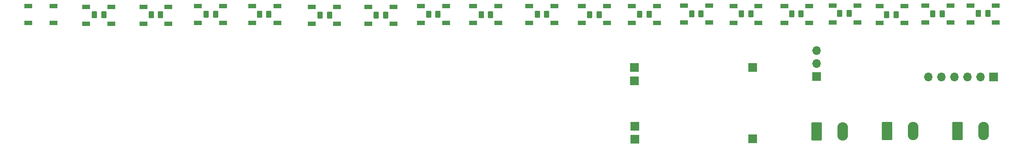
<source format=gbr>
%TF.GenerationSoftware,KiCad,Pcbnew,8.0.6*%
%TF.CreationDate,2024-10-20T14:16:11-03:00*%
%TF.ProjectId,light-box-neopixels,6c696768-742d-4626-9f78-2d6e656f7069,rev?*%
%TF.SameCoordinates,Original*%
%TF.FileFunction,Soldermask,Bot*%
%TF.FilePolarity,Negative*%
%FSLAX46Y46*%
G04 Gerber Fmt 4.6, Leading zero omitted, Abs format (unit mm)*
G04 Created by KiCad (PCBNEW 8.0.6) date 2024-10-20 14:16:11*
%MOMM*%
%LPD*%
G01*
G04 APERTURE LIST*
G04 Aperture macros list*
%AMRoundRect*
0 Rectangle with rounded corners*
0 $1 Rounding radius*
0 $2 $3 $4 $5 $6 $7 $8 $9 X,Y pos of 4 corners*
0 Add a 4 corners polygon primitive as box body*
4,1,4,$2,$3,$4,$5,$6,$7,$8,$9,$2,$3,0*
0 Add four circle primitives for the rounded corners*
1,1,$1+$1,$2,$3*
1,1,$1+$1,$4,$5*
1,1,$1+$1,$6,$7*
1,1,$1+$1,$8,$9*
0 Add four rect primitives between the rounded corners*
20,1,$1+$1,$2,$3,$4,$5,0*
20,1,$1+$1,$4,$5,$6,$7,0*
20,1,$1+$1,$6,$7,$8,$9,0*
20,1,$1+$1,$8,$9,$2,$3,0*%
G04 Aperture macros list end*
%ADD10R,1.700000X1.700000*%
%ADD11RoundRect,0.250000X0.262500X0.450000X-0.262500X0.450000X-0.262500X-0.450000X0.262500X-0.450000X0*%
%ADD12O,1.700000X1.700000*%
%ADD13RoundRect,0.249999X-0.790001X-1.550001X0.790001X-1.550001X0.790001X1.550001X-0.790001X1.550001X0*%
%ADD14O,2.080000X3.600000*%
%ADD15RoundRect,0.090000X-0.660000X-0.360000X0.660000X-0.360000X0.660000X0.360000X-0.660000X0.360000X0*%
G04 APERTURE END LIST*
D10*
%TO.C,J11*%
X212750000Y-110850000D03*
%TD*%
%TO.C,J10*%
X212800000Y-124850000D03*
%TD*%
%TO.C,J9*%
X189750000Y-113475000D03*
%TD*%
%TO.C,J8*%
X189800000Y-122350000D03*
%TD*%
%TO.C,J7*%
X189750000Y-110900000D03*
%TD*%
%TO.C,J6*%
X189800000Y-124900000D03*
%TD*%
D11*
%TO.C,R19*%
X86412500Y-100550000D03*
X84587500Y-100550000D03*
%TD*%
%TO.C,R18*%
X97462500Y-100550000D03*
X95637500Y-100550000D03*
%TD*%
%TO.C,R17*%
X108162500Y-100450000D03*
X106337500Y-100450000D03*
%TD*%
%TO.C,R16*%
X118550000Y-100450000D03*
X116725000Y-100450000D03*
%TD*%
%TO.C,R15*%
X130350000Y-100600000D03*
X128525000Y-100600000D03*
%TD*%
%TO.C,R14*%
X141300000Y-100650000D03*
X139475000Y-100650000D03*
%TD*%
%TO.C,R13*%
X151500000Y-100450000D03*
X149675000Y-100450000D03*
%TD*%
%TO.C,R12*%
X161725000Y-100500000D03*
X159900000Y-100500000D03*
%TD*%
%TO.C,R11*%
X172650000Y-100450000D03*
X170825000Y-100450000D03*
%TD*%
%TO.C,R10*%
X182862500Y-100500000D03*
X181037500Y-100500000D03*
%TD*%
%TO.C,R9*%
X192600000Y-100450000D03*
X190775000Y-100450000D03*
%TD*%
%TO.C,R8*%
X202725000Y-100350000D03*
X200900000Y-100350000D03*
%TD*%
%TO.C,R7*%
X212412500Y-100400000D03*
X210587500Y-100400000D03*
%TD*%
%TO.C,R6*%
X222200000Y-100350000D03*
X220375000Y-100350000D03*
%TD*%
%TO.C,R5*%
X231550000Y-100300000D03*
X229725000Y-100300000D03*
%TD*%
%TO.C,R4*%
X240700000Y-100500000D03*
X238875000Y-100500000D03*
%TD*%
%TO.C,R3*%
X249650000Y-100350000D03*
X247825000Y-100350000D03*
%TD*%
%TO.C,R2*%
X258562500Y-100300000D03*
X256737500Y-100300000D03*
%TD*%
D10*
%TO.C,J5*%
X259640000Y-112700000D03*
D12*
X257100000Y-112700000D03*
X254560000Y-112700000D03*
X252020000Y-112700000D03*
X249480000Y-112700000D03*
X246940000Y-112700000D03*
%TD*%
D10*
%TO.C,J4*%
X225200000Y-112650000D03*
D12*
X225200000Y-110110000D03*
X225200000Y-107570000D03*
%TD*%
D13*
%TO.C,J3*%
X225220000Y-123350000D03*
D14*
X230300000Y-123350000D03*
%TD*%
D13*
%TO.C,J2*%
X238960000Y-123322500D03*
D14*
X244040000Y-123322500D03*
%TD*%
D13*
%TO.C,J1*%
X252660000Y-123272500D03*
D14*
X257740000Y-123272500D03*
%TD*%
D15*
%TO.C,D19*%
X71700000Y-102100000D03*
X71700000Y-98800000D03*
X76600000Y-98800000D03*
X76600000Y-102100000D03*
%TD*%
%TO.C,D18*%
X83000000Y-102300000D03*
X83000000Y-99000000D03*
X87900000Y-99000000D03*
X87900000Y-102300000D03*
%TD*%
%TO.C,D17*%
X94100000Y-102300000D03*
X94100000Y-99000000D03*
X99000000Y-99000000D03*
X99000000Y-102300000D03*
%TD*%
%TO.C,D16*%
X104750000Y-102150000D03*
X104750000Y-98850000D03*
X109650000Y-98850000D03*
X109650000Y-102150000D03*
%TD*%
%TO.C,D15*%
X115300000Y-102150000D03*
X115300000Y-98850000D03*
X120200000Y-98850000D03*
X120200000Y-102150000D03*
%TD*%
%TO.C,D14*%
X126900000Y-102300000D03*
X126900000Y-99000000D03*
X131800000Y-99000000D03*
X131800000Y-102300000D03*
%TD*%
%TO.C,D13*%
X137950000Y-102300000D03*
X137950000Y-99000000D03*
X142850000Y-99000000D03*
X142850000Y-102300000D03*
%TD*%
%TO.C,D12*%
X148200000Y-102150000D03*
X148200000Y-98850000D03*
X153100000Y-98850000D03*
X153100000Y-102150000D03*
%TD*%
%TO.C,D11*%
X158350000Y-102150000D03*
X158350000Y-98850000D03*
X163250000Y-98850000D03*
X163250000Y-102150000D03*
%TD*%
%TO.C,D10*%
X169250000Y-102150000D03*
X169250000Y-98850000D03*
X174150000Y-98850000D03*
X174150000Y-102150000D03*
%TD*%
%TO.C,D9*%
X179500000Y-102150000D03*
X179500000Y-98850000D03*
X184400000Y-98850000D03*
X184400000Y-102150000D03*
%TD*%
%TO.C,D8*%
X189200000Y-102150000D03*
X189200000Y-98850000D03*
X194100000Y-98850000D03*
X194100000Y-102150000D03*
%TD*%
%TO.C,D7*%
X199400000Y-102050000D03*
X199400000Y-98750000D03*
X204300000Y-98750000D03*
X204300000Y-102050000D03*
%TD*%
%TO.C,D6*%
X209000000Y-102100000D03*
X209000000Y-98800000D03*
X213900000Y-98800000D03*
X213900000Y-102100000D03*
%TD*%
%TO.C,D5*%
X218900000Y-102100000D03*
X218900000Y-98800000D03*
X223800000Y-98800000D03*
X223800000Y-102100000D03*
%TD*%
%TO.C,D4*%
X228300000Y-102050000D03*
X228300000Y-98750000D03*
X233200000Y-98750000D03*
X233200000Y-102050000D03*
%TD*%
%TO.C,D3*%
X237450000Y-102150000D03*
X237450000Y-98850000D03*
X242350000Y-98850000D03*
X242350000Y-102150000D03*
%TD*%
%TO.C,D2*%
X246350000Y-102050000D03*
X246350000Y-98750000D03*
X251250000Y-98750000D03*
X251250000Y-102050000D03*
%TD*%
%TO.C,D1*%
X255200000Y-102050000D03*
X255200000Y-98750000D03*
X260100000Y-98750000D03*
X260100000Y-102050000D03*
%TD*%
M02*

</source>
